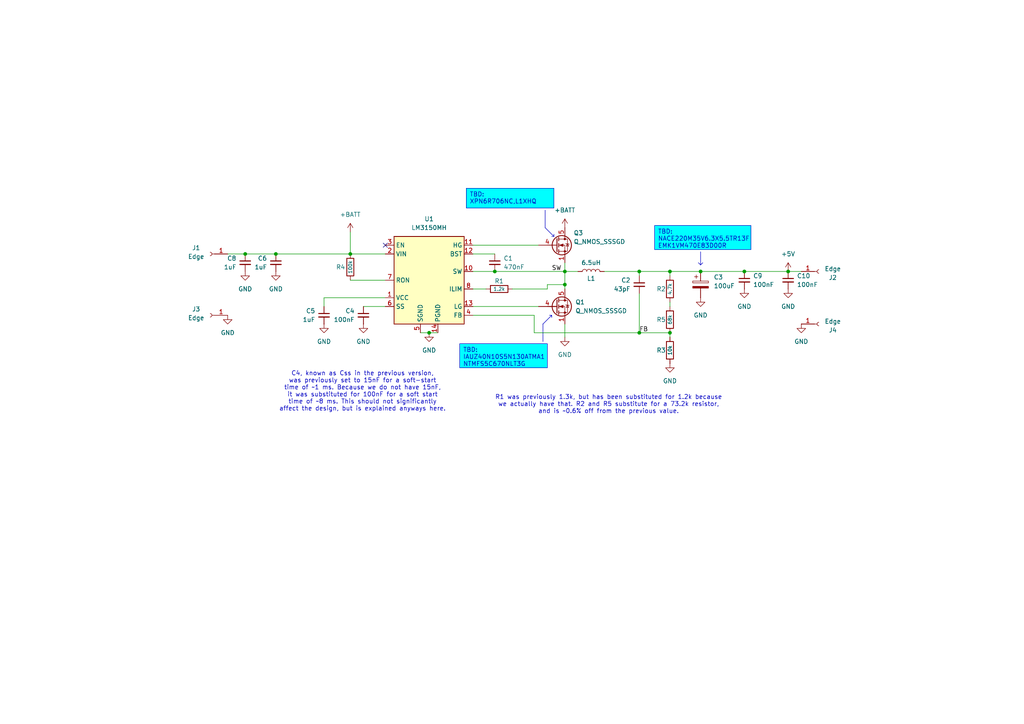
<source format=kicad_sch>
(kicad_sch (version 20250114) (generator "eeschema") (generator_version "9.0")
  (paper "A4")
  (lib_symbols
    (symbol "Connector:Conn_01x01_Socket" (pin_names (offset 1.016) (hide yes))
      (property "Reference" "J" (at 0 2.54 0))
      (property "Value" "Conn_01x01_Socket" (at 0 -2.54 0))
      (symbol "Conn_01x01_Socket_1_1"
        (polyline (pts (xy -1.27 0) (xy -0.508 0)) (stroke (width 0.1524)))
        (arc (start 0 -0.508) (mid -0.5058 0) (end 0 0.508) (stroke (width 0.1524)))
        (pin passive line (at -5.08 0 0) (length 3.81) (name "Pin_1") (number "1"))
      )
    )
    (symbol "Device:C_Polarized" (pin_numbers (hide yes)) (pin_names (offset 0.254))
      (property "Reference" "C" (at 0.635 2.54 0))
      (property "Value" "C_Polarized" (at 0.635 -2.54 0))
      (symbol "C_Polarized_0_1"
        (rectangle (start -2.286 0.508) (end 2.286 1.016))
        (polyline (pts (xy -1.778 2.286) (xy -0.762 2.286)))
        (polyline (pts (xy -1.27 2.794) (xy -1.27 1.778)))
        (rectangle (start 2.286 -0.508) (end -2.286 -1.016) (fill (type outline)))
      )
      (symbol "C_Polarized_1_1"
        (pin passive line (at 0 3.81 270) (length 2.794) (name "~") (number "1"))
        (pin passive line (at 0 -3.81 90) (length 2.794) (name "~") (number "2"))
      )
    )
    (symbol "Device:C_Small" (pin_numbers (hide yes)) (pin_names (offset 0.254) (hide yes))
      (property "Reference" "C" (at 0.254 1.778 0))
      (property "Value" "C_Small" (at 0.254 -2.032 0))
      (symbol "C_Small_0_1"
        (polyline (pts (xy -1.524 0.508) (xy 1.524 0.508)) (stroke (width 0.3048)))
        (polyline (pts (xy -1.524 -0.508) (xy 1.524 -0.508)) (stroke (width 0.3302)))
      )
      (symbol "C_Small_1_1"
        (pin passive line (at 0 2.54 270) (length 2.032) (name "~") (number "1"))
        (pin passive line (at 0 -2.54 90) (length 2.032) (name "~") (number "2"))
      )
    )
    (symbol "Device:L" (pin_numbers (hide yes)) (pin_names (offset 1.016) (hide yes))
      (property "Reference" "L" (at -1.27 0 90))
      (property "Value" "L" (at 1.905 0 90))
      (symbol "L_0_1"
        (arc (start 0 2.54) (mid 0.6323 1.905) (end 0 1.27))
        (arc (start 0 1.27) (mid 0.6323 0.635) (end 0 0))
        (arc (start 0 0) (mid 0.6323 -0.635) (end 0 -1.27))
        (arc (start 0 -1.27) (mid 0.6323 -1.905) (end 0 -2.54))
      )
      (symbol "L_1_1"
        (pin passive line (at 0 3.81 270) (length 1.27) (name "1") (number "1"))
        (pin passive line (at 0 -3.81 90) (length 1.27) (name "2") (number "2"))
      )
    )
    (symbol "Device:R" (pin_numbers (hide yes)) (pin_names (offset 0))
      (property "Reference" "R" (at 2.032 0 90))
      (property "Value" "R" (at 0 0 90))
      (symbol "R_0_1"
        (rectangle (start -1.016 -2.54) (end 1.016 2.54) (stroke (width 0.254)))
      )
      (symbol "R_1_1"
        (pin passive line (at 0 3.81 270) (length 1.27) (name "~") (number "1"))
        (pin passive line (at 0 -3.81 90) (length 1.27) (name "~") (number "2"))
      )
    )
    (symbol "Regulator_Switching:LM3150MH"
      (property "Reference" "U" (at -10.16 13.97 0))
      (property "Value" "LM3150MH" (at 2.54 13.97 0))
      (symbol "LM3150MH_0_1"
        (rectangle (start -10.16 12.7) (end 10.16 -12.7) (stroke (width 0.254)) (fill (type background)))
      )
      (symbol "LM3150MH_1_1"
        (pin input line (at -12.7 10.16 0) (length 2.54) (name "EN") (number "3"))
        (pin power_in line (at -12.7 7.62 0) (length 2.54) (name "VIN") (number "2"))
        (pin input line (at -12.7 0 0) (length 2.54) (name "RON") (number "7"))
        (pin power_out line (at -12.7 -5.08 0) (length 2.54) (name "VCC") (number "1"))
        (pin passive line (at -12.7 -7.62 0) (length 2.54) (name "SS") (number "6"))
        (pin passive line (at -2.54 -15.24 90) (length 2.54) (hide yes) (name "SGND") (number "15"))
        (pin power_in line (at -2.54 -15.24 90) (length 2.54) (name "SGND") (number "5"))
        (pin passive line (at -2.54 -15.24 90) (length 2.54) (hide yes) (name "SGND") (number "9"))
        (pin power_in line (at 2.54 -15.24 90) (length 2.54) (name "PGND") (number "14"))
        (pin output line (at 12.7 10.16 180) (length 2.54) (name "HG") (number "11"))
        (pin passive line (at 12.7 7.62 180) (length 2.54) (name "BST") (number "12"))
        (pin output line (at 12.7 2.54 180) (length 2.54) (name "SW") (number "10"))
        (pin input line (at 12.7 -2.54 180) (length 2.54) (name "ILIM") (number "8"))
        (pin output line (at 12.7 -7.62 180) (length 2.54) (name "LG") (number "13"))
        (pin input line (at 12.7 -10.16 180) (length 2.54) (name "FB") (number "4"))
      )
    )
    (symbol "Transistor_FET:Q_NMOS_SSSGD_AvalancheRated" (pin_names (offset 0) (hide yes))
      (property "Reference" "Q" (at 5.08 1.905 0))
      (property "Value" "Q_NMOS_SSSGD_AvalancheRated" (at 5.08 0 0))
      (symbol "Q_NMOS_SSSGD_AvalancheRated_0_1"
        (polyline (pts (xy 0.254 1.905) (xy 0.254 -1.905)) (stroke (width 0.254)))
        (polyline (pts (xy 0.254 0) (xy -2.54 0)))
        (polyline (pts (xy 0.762 2.286) (xy 0.762 1.27)) (stroke (width 0.254)))
        (polyline (pts (xy 0.762 0.508) (xy 0.762 -0.508)) (stroke (width 0.254)))
        (polyline (pts (xy 0.762 -1.27) (xy 0.762 -2.286)) (stroke (width 0.254)))
        (polyline (pts (xy 0.762 -1.778) (xy 3.302 -1.778) (xy 3.302 1.778) (xy 0.762 1.778)))
        (polyline (pts (xy 1.016 0) (xy 2.032 0.381) (xy 2.032 -0.381) (xy 1.016 0)) (fill (type outline)))
        (circle (center 1.651 0) (radius 2.794) (stroke (width 0.254)))
        (polyline (pts (xy 2.54 2.54) (xy 2.54 1.778)))
        (circle (center 2.54 1.778) (radius 0.254) (fill (type outline)))
        (circle (center 2.54 -1.778) (radius 0.254) (fill (type outline)))
        (polyline (pts (xy 2.54 -2.54) (xy 2.54 0) (xy 0.762 0)))
        (polyline (pts (xy 2.794 0.508) (xy 2.921 0.381) (xy 3.683 0.381) (xy 3.81 0.254)))
        (polyline (pts (xy 3.302 0.381) (xy 2.921 -0.254) (xy 3.683 -0.254) (xy 3.302 0.381)))
      )
      (symbol "Q_NMOS_SSSGD_AvalancheRated_1_1"
        (pin input line (at -5.08 0 0) (length 5.08) (name "G") (number "4"))
        (pin passive line (at 2.54 5.08 270) (length 2.54) (name "D") (number "5"))
        (pin passive line (at 2.54 -5.08 90) (length 2.54) (name "S") (number "1"))
        (pin passive line (at 2.54 -5.08 90) (length 2.54) (hide yes) (name "S") (number "2"))
        (pin passive line (at 2.54 -5.08 90) (length 2.54) (hide yes) (name "S") (number "3"))
      )
    )
    (symbol "power:+5V" (power) (pin_numbers (hide yes)) (pin_names (offset 0) (hide yes))
      (property "Value" "+5V" (at 0 3.556 0))
      (symbol "+5V_0_1"
        (polyline (pts (xy -0.762 1.27) (xy 0 2.54)))
        (polyline (pts (xy 0 2.54) (xy 0.762 1.27)))
        (polyline (pts (xy 0 0) (xy 0 2.54)))
      )
      (symbol "+5V_1_1"
        (pin power_in line (at 0 0 90) (length 0) (name "~") (number "1"))
      )
    )
    (symbol "power:+BATT" (power) (pin_numbers (hide yes)) (pin_names (offset 0) (hide yes))
      (property "Value" "+BATT" (at 0 3.556 0))
      (symbol "+BATT_0_1"
        (polyline (pts (xy -0.762 1.27) (xy 0 2.54)))
        (polyline (pts (xy 0 2.54) (xy 0.762 1.27)))
        (polyline (pts (xy 0 0) (xy 0 2.54)))
      )
      (symbol "+BATT_1_1"
        (pin power_in line (at 0 0 90) (length 0) (name "~") (number "1"))
      )
    )
    (symbol "power:GND" (power) (pin_numbers (hide yes)) (pin_names (offset 0) (hide yes))
      (property "Value" "GND" (at 0 -3.81 0))
      (symbol "GND_0_1"
        (polyline (pts (xy 0 0) (xy 0 -1.27) (xy 1.27 -1.27) (xy 0 -2.54) (xy -1.27 -1.27) (xy 0 -1.27)))
      )
      (symbol "GND_1_1"
        (pin power_in line (at 0 0 270) (length 0) (name "~") (number "1"))
      )
    )
  )
  (text "C4, known as Css in the previous version,\nwas previously set to 15nF for a soft-start\ntime of ~1 ms. Because we do not have 15nF,\nit was substituted for 100nF for a soft start\ntime of ~8 ms. This should not significantly\naffect the design, but is explained anyways here." (at 105.156 113.538 0) (effects (font (size 1.27 1.27))))
  (text "R1 was previously 1.3k, but has been substituted for 1.2k because\nwe actually have that. R2 and R5 substitute for a 73.2k resistor,\nand is ~0.6% off from the previous value." (at 176.53 117.348 0) (effects (font (size 1.27 1.27))))
  (text_box "TBD:\nIAUZ40N10S5N130ATMA1\nNTMFS5C670NLT3G" (at 133.35 99.695 0) (size 25.4 6.985) (margins 0.9525 0.9525 0.9525 0.9525) (fill (type color) (color 0 255 255 1)) (effects (font (size 1.27 1.27)) (justify left top)))
  (text_box "TBD:\nNACE220M35V6.3X5.5TR13F\nEMK1VM470E83D00R" (at 189.865 65.405 0) (size 27.94 6.985) (margins 0.9525 0.9525 0.9525 0.9525) (fill (type color) (color 0 255 255 1)) (effects (font (size 1.27 1.27)) (justify left top)))
  (text_box "TBD:\nXPN6R706NC,L1XHQ\n" (at 135.255 54.61 0) (size 25.4 5.715) (margins 0.9525 0.9525 0.9525 0.9525) (fill (type color) (color 0 255 255 1)) (effects (font (size 1.27 1.27)) (justify left top)))
  (junction (at 80.01 73.66))
  (junction (at 203.2 78.74))
  (junction (at 185.42 96.52))
  (junction (at 163.83 82.55))
  (junction (at 143.51 78.74))
  (junction (at 124.46 96.52))
  (junction (at 194.31 78.74))
  (junction (at 71.12 73.66))
  (junction (at 228.6 78.74))
  (junction (at 101.6 73.66))
  (junction (at 194.31 96.52))
  (junction (at 163.83 78.74))
  (junction (at 215.9 78.74))
  (junction (at 185.42 78.74))
  (no_connect (at 111.76 71.12))
  (wire (pts (xy 158.75 83.82) (xy 158.75 82.55)))
  (wire (pts (xy 137.16 71.12) (xy 156.21 71.12)))
  (wire (pts (xy 232.41 78.74) (xy 228.6 78.74)))
  (wire (pts (xy 101.6 73.66) (xy 111.76 73.66)))
  (polyline (pts (xy 160.02 68.58) (xy 160.655 68.58)))
  (wire (pts (xy 143.51 73.66) (xy 137.16 73.66)))
  (wire (pts (xy 167.64 78.74) (xy 163.83 78.74)))
  (wire (pts (xy 215.9 78.74) (xy 228.6 78.74)))
  (polyline (pts (xy 160.655 67.945) (xy 160.655 68.58)))
  (polyline (pts (xy 203.2 73.025) (xy 203.2 76.835)))
  (wire (pts (xy 163.83 93.98) (xy 163.83 97.79)))
  (wire (pts (xy 137.16 91.44) (xy 154.94 91.44)))
  (wire (pts (xy 194.31 96.52) (xy 185.42 96.52)))
  (wire (pts (xy 163.83 83.82) (xy 163.83 82.55)))
  (polyline (pts (xy 159.385 91.44) (xy 160.02 91.44)))
  (wire (pts (xy 101.6 81.28) (xy 111.76 81.28)))
  (polyline (pts (xy 160.02 91.44) (xy 160.02 92.075)))
  (wire (pts (xy 143.51 78.74) (xy 137.16 78.74)))
  (wire (pts (xy 137.16 88.9) (xy 156.21 88.9)))
  (polyline (pts (xy 202.565 76.2) (xy 203.2 76.835)))
  (wire (pts (xy 71.12 73.66) (xy 80.01 73.66)))
  (polyline (pts (xy 160.655 68.58) (xy 158.115 66.04)))
  (wire (pts (xy 154.94 91.44) (xy 154.94 96.52)))
  (wire (pts (xy 111.76 86.36) (xy 93.98 86.36)))
  (wire (pts (xy 175.26 78.74) (xy 185.42 78.74)))
  (polyline (pts (xy 203.2 76.835) (xy 203.835 76.2)))
  (wire (pts (xy 105.41 88.9) (xy 111.76 88.9)))
  (wire (pts (xy 194.31 78.74) (xy 203.2 78.74)))
  (wire (pts (xy 143.51 78.74) (xy 163.83 78.74)))
  (wire (pts (xy 154.94 96.52) (xy 185.42 96.52)))
  (wire (pts (xy 121.92 96.52) (xy 124.46 96.52)))
  (wire (pts (xy 185.42 78.74) (xy 194.31 78.74)))
  (wire (pts (xy 148.59 83.82) (xy 158.75 83.82)))
  (wire (pts (xy 124.46 96.52) (xy 127 96.52)))
  (polyline (pts (xy 157.48 99.06) (xy 157.48 93.98)))
  (wire (pts (xy 93.98 86.36) (xy 93.98 88.9)))
  (wire (pts (xy 194.31 97.79) (xy 194.31 96.52)))
  (polyline (pts (xy 158.115 60.96) (xy 158.115 66.04)))
  (wire (pts (xy 194.31 88.9) (xy 194.31 87.63)))
  (wire (pts (xy 101.6 67.31) (xy 101.6 73.66)))
  (polyline (pts (xy 157.48 93.98) (xy 160.02 91.44)))
  (wire (pts (xy 66.04 73.66) (xy 71.12 73.66)))
  (wire (pts (xy 163.83 82.55) (xy 163.83 78.74)))
  (wire (pts (xy 185.42 78.74) (xy 185.42 80.01)))
  (wire (pts (xy 163.83 76.2) (xy 163.83 78.74)))
  (wire (pts (xy 80.01 73.66) (xy 101.6 73.66)))
  (wire (pts (xy 140.97 83.82) (xy 137.16 83.82)))
  (wire (pts (xy 203.2 78.74) (xy 215.9 78.74)))
  (wire (pts (xy 185.42 85.09) (xy 185.42 96.52)))
  (wire (pts (xy 194.31 78.74) (xy 194.31 80.01)))
  (wire (pts (xy 158.75 82.55) (xy 163.83 82.55)))
  (label "SW" (at 160.02 78.74 0))
  (label "FB" (at 185.42 96.52 0))
  (symbol (lib_id "power:GND") (at 93.98 93.98 0) (unit 1)
    (property "Reference" "#PWR08" (effects (hide yes)))
    (property "Value" "GND" (at 93.98 99.06 0))
    (property "Description" "Power symbol creates a global label with name \"GND\" , ground" (effects (hide yes)))
  )
  (symbol (lib_id "power:GND") (at 105.41 93.98 0) (unit 1)
    (property "Reference" "#PWR07" (effects (hide yes)))
    (property "Value" "GND" (at 105.41 99.06 0))
    (property "Description" "Power symbol creates a global label with name \"GND\" , ground" (effects (hide yes)))
  )
  (symbol (lib_id "power:GND") (at 124.46 96.52 0) (unit 1)
    (property "Reference" "#PWR06" (effects (hide yes)))
    (property "Value" "GND" (at 124.46 101.6 0))
    (property "Description" "Power symbol creates a global label with name \"GND\" , ground" (effects (hide yes)))
  )
  (symbol (lib_id "power:+BATT") (at 101.6 67.31 0) (unit 1)
    (property "Reference" "#PWR05" (effects (hide yes)))
    (property "Value" "+BATT" (at 101.6 62.23 0))
    (property "Description" "Power symbol creates a global label with name \"+BATT\"" (effects (hide yes)))
  )
  (symbol (lib_id "power:GND") (at 228.6 83.82 0) (mirror y) (unit 1)
    (property "Reference" "#PWR013" (effects (hide yes)))
    (property "Value" "GND" (at 228.6 88.9 0))
    (property "Description" "Power symbol creates a global label with name \"GND\" , ground" (effects (hide yes)))
  )
  (symbol (lib_id "Regulator_Switching:LM3150MH") (at 124.46 81.28 0) (unit 1)
    (property "Reference" "U1" (at 124.46 63.5 0))
    (property "Value" "LM3150MH" (at 124.46 66.04 0))
    (property "Footprint" "Package_SO:HTSSOP-14-1EP_4.4x5mm_P0.65mm_EP3.4x5mm_Mask3x3.1mm" (effects (hide yes)))
    (property "Datasheet" "http://www.ti.com/lit/ds/symlink/lm3150.pdf" (effects (hide yes)))
    (property "Description" "42V Wide Vin synchronous Buck controller, HTSSOP-14" (effects (hide yes)))
  )
  (symbol (lib_id "Device:R") (at 101.6 77.47 0) (mirror x) (unit 1)
    (property "Reference" "R4" (at 98.806 77.47 0))
    (property "Value" "100k" (at 101.6 77.47 90) (effects (font (size 1.016 1.016))))
    (property "Footprint" "Resistor_SMD:R_0603_1608Metric" (effects (hide yes)))
    (property "Description" "Resistor" (effects (hide yes)))
  )
  (symbol (lib_id "Device:C_Small") (at 71.12 76.2 0) (mirror y) (unit 1)
    (property "Reference" "C8" (at 68.58 74.9362 0) (effects (justify left)))
    (property "Value" "1uF" (at 68.58 77.4762 0) (effects (justify left)))
    (property "Footprint" "Capacitor_SMD:C_0603_1608Metric" (effects (hide yes)))
    (property "Description" "Unpolarized capacitor, small symbol" (effects (hide yes)))
  )
  (symbol (lib_id "Device:C_Small") (at 215.9 81.28 0) (unit 1)
    (property "Reference" "C9" (at 218.44 80.0162 0) (effects (justify left)))
    (property "Value" "100nF" (at 218.44 82.5562 0) (effects (justify left)))
    (property "Footprint" "Capacitor_SMD:C_0603_1608Metric" (effects (hide yes)))
    (property "Description" "Unpolarized capacitor, small symbol" (effects (hide yes)))
  )
  (symbol (lib_id "Device:C_Small") (at 228.6 81.28 0) (unit 1)
    (property "Reference" "C10" (at 231.14 80.0162 0) (effects (justify left)))
    (property "Value" "100nF" (at 231.14 82.5562 0) (effects (justify left)))
    (property "Footprint" "Capacitor_SMD:C_0603_1608Metric" (effects (hide yes)))
    (property "Description" "Unpolarized capacitor, small symbol" (effects (hide yes)))
  )
  (symbol (lib_id "Device:C_Polarized") (at 203.2 82.55 0) (unit 1)
    (property "Reference" "C3" (at 207.01 80.3909 0) (effects (justify left)))
    (property "Value" "100uF" (at 207.01 82.9309 0) (effects (justify left)))
    (property "Footprint" "Capacitor_SMD:C_Elec_6.3x7.7" (effects (hide yes)))
    (property "Description" "Polarized capacitor, EEF-CX0J101R" (effects (hide yes)))
  )
  (symbol (lib_id "Device:R") (at 194.31 101.6 0) (mirror x) (unit 1)
    (property "Reference" "R3" (at 191.77 101.6 0))
    (property "Value" "10k" (at 194.31 101.6 90) (effects (font (size 1.016 1.016))))
    (property "Footprint" "Resistor_SMD:R_0603_1608Metric" (effects (hide yes)))
    (property "Description" "Resistor" (effects (hide yes)))
  )
  (symbol (lib_id "power:GND") (at 215.9 83.82 0) (mirror y) (unit 1)
    (property "Reference" "#PWR012" (effects (hide yes)))
    (property "Value" "GND" (at 215.9 88.9 0))
    (property "Description" "Power symbol creates a global label with name \"GND\" , ground" (effects (hide yes)))
  )
  (symbol (lib_id "Connector:Conn_01x01_Socket") (at 60.96 91.44 180) (unit 1)
    (property "Reference" "J3" (at 56.896 89.662 0))
    (property "Value" "Edge" (at 56.896 92.202 0))
    (property "Footprint" "BuckModuleFootprints:Castillated Edge" (effects (hide yes)))
    (property "Description" "Generic connector, single row, 01x01, script generated" (effects (hide yes)))
  )
  (symbol (lib_id "Connector:Conn_01x01_Socket") (at 237.49 78.74 0) (unit 1)
    (property "Reference" "J2" (at 241.554 80.518 0))
    (property "Value" "Edge" (at 241.554 77.978 0))
    (property "Footprint" "BuckModuleFootprints:Castillated Edge" (effects (hide yes)))
    (property "Description" "Generic connector, single row, 01x01, script generated" (effects (hide yes)))
  )
  (symbol (lib_id "Device:C_Small") (at 185.42 82.55 0) (mirror y) (unit 1)
    (property "Reference" "C2" (at 182.88 81.2862 0) (effects (justify left)))
    (property "Value" "43pF" (at 182.88 83.8262 0) (effects (justify left)))
    (property "Footprint" "Capacitor_SMD:C_0603_1608Metric" (effects (hide yes)))
    (property "Description" "Unpolarized capacitor, small symbol" (effects (hide yes)))
  )
  (symbol (lib_id "power:+5V") (at 228.6 78.74 0) (unit 1)
    (property "Reference" "#PWR014" (effects (hide yes)))
    (property "Value" "+5V" (at 228.6 73.66 0))
    (property "Description" "Power symbol creates a global label with name \"+5V\"" (effects (hide yes)))
  )
  (symbol (lib_id "power:GND") (at 194.31 105.41 0) (unit 1)
    (property "Reference" "#PWR03" (effects (hide yes)))
    (property "Value" "GND" (at 194.31 110.49 0))
    (property "Description" "Power symbol creates a global label with name \"GND\" , ground" (effects (hide yes)))
  )
  (symbol (lib_id "power:GND") (at 203.2 86.36 0) (unit 1)
    (property "Reference" "#PWR04" (effects (hide yes)))
    (property "Value" "GND" (at 203.2 91.44 0))
    (property "Description" "Power symbol creates a global label with name \"GND\" , ground" (effects (hide yes)))
  )
  (symbol (lib_id "Device:R") (at 194.31 83.82 0) (mirror x) (unit 1)
    (property "Reference" "R2" (at 191.77 83.82 0))
    (property "Value" "4.7k" (at 194.31 83.82 90) (effects (font (size 1.016 1.016))))
    (property "Footprint" "Resistor_SMD:R_0603_1608Metric" (effects (hide yes)))
    (property "Description" "Resistor" (effects (hide yes)))
  )
  (symbol (lib_id "Connector:Conn_01x01_Socket") (at 60.96 73.66 180) (unit 1)
    (property "Reference" "J1" (at 56.896 71.882 0))
    (property "Value" "Edge" (at 56.896 74.422 0))
    (property "Footprint" "BuckModuleFootprints:Castillated Edge" (effects (hide yes)))
    (property "Description" "Generic connector, single row, 01x01, script generated" (effects (hide yes)))
  )
  (symbol (lib_id "power:GND") (at 71.12 78.74 0) (unit 1)
    (property "Reference" "#PWR011" (effects (hide yes)))
    (property "Value" "GND" (at 71.12 83.82 0))
    (property "Description" "Power symbol creates a global label with name \"GND\" , ground" (effects (hide yes)))
  )
  (symbol (lib_id "power:GND") (at 66.04 91.44 0) (unit 1)
    (property "Reference" "#PWR016" (effects (hide yes)))
    (property "Value" "GND" (at 66.04 96.52 0))
    (property "Description" "Power symbol creates a global label with name \"GND\" , ground" (effects (hide yes)))
  )
  (symbol (lib_id "Device:C_Small") (at 93.98 91.44 0) (mirror y) (unit 1)
    (property "Reference" "C5" (at 91.44 90.1762 0) (effects (justify left)))
    (property "Value" "1uF" (at 91.44 92.7162 0) (effects (justify left)))
    (property "Footprint" "Capacitor_SMD:C_0603_1608Metric" (effects (hide yes)))
    (property "Description" "Unpolarized capacitor, small symbol" (effects (hide yes)))
  )
  (symbol (lib_id "power:+BATT") (at 163.83 66.04 0) (unit 1)
    (property "Reference" "#PWR02" (effects (hide yes)))
    (property "Value" "+BATT" (at 163.83 60.96 0))
    (property "Description" "Power symbol creates a global label with name \"+BATT\"" (effects (hide yes)))
  )
  (symbol (lib_id "Device:R") (at 194.31 92.71 0) (mirror x) (unit 1)
    (property "Reference" "R5" (at 191.77 92.71 0))
    (property "Value" "68k" (at 194.31 92.71 90) (effects (font (size 1.016 1.016))))
    (property "Footprint" "Resistor_SMD:R_0603_1608Metric" (effects (hide yes)))
    (property "Description" "Resistor" (effects (hide yes)))
  )
  (symbol (lib_id "Device:C_Small") (at 105.41 91.44 0) (mirror y) (unit 1)
    (property "Reference" "C4" (at 102.87 90.1762 0) (effects (justify left)))
    (property "Value" "100nF" (at 102.87 92.7162 0) (effects (justify left)))
    (property "Footprint" "Capacitor_SMD:C_0603_1608Metric" (effects (hide yes)))
    (property "Description" "Unpolarized capacitor, small symbol" (effects (hide yes)))
  )
  (symbol (lib_id "Transistor_FET:Q_NMOS_SSSGD_AvalancheRated") (at 161.29 71.12 0) (unit 1)
    (property "Reference" "Q3" (at 166.37 67.5639 0) (effects (justify left)))
    (property "Value" "Q_NMOS_SSSGD" (at 166.37 70.1039 0) (effects (justify left)))
    (property "Footprint" "Package_DFN_QFN:PQFN-8-EP_6x5mm_P1.27mm_Generic" (effects (hide yes)))
    (property "Description" "N-MOSFET transistor, source (pins 1-3)/gate/drain (pin 5), SO-8/SO-8F/SO-8FL/SON-8/PowerPAK-8/TDSON-8/VSON-8" (effects (hide yes)))
  )
  (symbol (lib_id "Connector:Conn_01x01_Socket") (at 237.49 93.98 0) (unit 1)
    (property "Reference" "J4" (at 241.554 95.758 0))
    (property "Value" "Edge" (at 241.554 93.218 0))
    (property "Footprint" "BuckModuleFootprints:Castillated Edge" (effects (hide yes)))
    (property "Description" "Generic connector, single row, 01x01, script generated" (effects (hide yes)))
  )
  (symbol (lib_id "Device:R") (at 144.78 83.82 90) (mirror x) (unit 1)
    (property "Reference" "R1" (at 144.78 81.534 90))
    (property "Value" "1.2k" (at 144.78 83.82 90) (effects (font (size 1.016 1.016))))
    (property "Footprint" "Resistor_SMD:R_0603_1608Metric" (effects (hide yes)))
    (property "Description" "Resistor" (effects (hide yes)))
  )
  (symbol (lib_id "power:GND") (at 163.83 97.79 0) (unit 1)
    (property "Reference" "#PWR01" (effects (hide yes)))
    (property "Value" "GND" (at 163.83 102.87 0))
    (property "Description" "Power symbol creates a global label with name \"GND\" , ground" (effects (hide yes)))
  )
  (symbol (lib_id "Device:C_Small") (at 80.01 76.2 0) (mirror y) (unit 1)
    (property "Reference" "C6" (at 77.47 74.9362 0) (effects (justify left)))
    (property "Value" "1uF" (at 77.47 77.4762 0) (effects (justify left)))
    (property "Footprint" "Capacitor_SMD:C_0603_1608Metric" (effects (hide yes)))
    (property "Description" "Unpolarized capacitor, small symbol" (effects (hide yes)))
  )
  (symbol (lib_id "power:GND") (at 80.01 78.74 0) (unit 1)
    (property "Reference" "#PWR09" (effects (hide yes)))
    (property "Value" "GND" (at 80.01 83.82 0))
    (property "Description" "Power symbol creates a global label with name \"GND\" , ground" (effects (hide yes)))
  )
  (symbol (lib_id "Device:L") (at 171.45 78.74 90) (unit 1)
    (property "Reference" "L1" (at 171.45 80.772 90))
    (property "Value" "6.5uH" (at 171.45 76.2 90))
    (property "Footprint" "Inductor_SMD:L_Bourns_SRR1208_12.7x12.7mm" (effects (hide yes)))
    (property "Description" "Inductor" (effects (hide yes)))
  )
  (symbol (lib_id "Device:C_Small") (at 143.51 76.2 0) (unit 1)
    (property "Reference" "C1" (at 146.05 74.9362 0) (effects (justify left)))
    (property "Value" "470nF" (at 146.05 77.4762 0) (effects (justify left)))
    (property "Footprint" "Capacitor_SMD:C_0603_1608Metric" (effects (hide yes)))
    (property "Description" "Unpolarized capacitor, small symbol" (effects (hide yes)))
  )
  (symbol (lib_id "Transistor_FET:Q_NMOS_SSSGD_AvalancheRated") (at 161.29 88.9 0) (unit 1)
    (property "Reference" "Q1" (at 166.878 87.63 0) (effects (justify left)))
    (property "Value" "Q_NMOS_SSSGD" (at 166.878 90.17 0) (effects (justify left)))
    (property "Footprint" "Package_DFN_QFN:PQFN-8-EP_6x5mm_P1.27mm_Generic" (effects (hide yes)))
    (property "Description" "N-MOSFET transistor, source (pins 1-3)/gate/drain (pin 5), SO-8/SO-8F/SO-8FL/SON-8/PowerPAK-8/TDSON-8/VSON-8" (effects (hide yes)))
  )
  (symbol (lib_id "power:GND") (at 232.41 93.98 0) (unit 1)
    (property "Reference" "#PWR015" (effects (hide yes)))
    (property "Value" "GND" (at 232.41 99.06 0))
    (property "Description" "Power symbol creates a global label with name \"GND\" , ground" (effects (hide yes)))
  )
)
</source>
